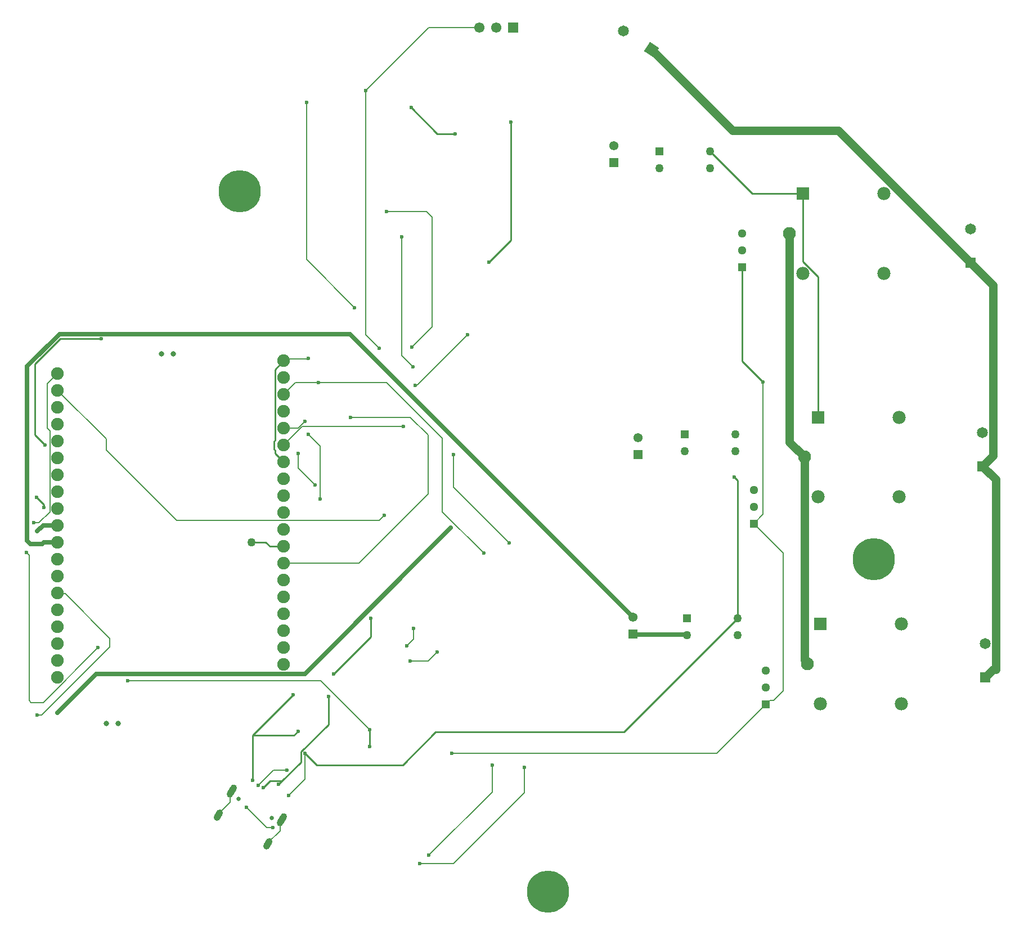
<source format=gbl>
G04*
G04 #@! TF.GenerationSoftware,Altium Limited,Altium Designer,25.5.2 (35)*
G04*
G04 Layer_Physical_Order=2*
G04 Layer_Color=16711680*
%FSLAX44Y44*%
%MOMM*%
G71*
G04*
G04 #@! TF.SameCoordinates,1C876D45-0CCD-4BF8-8A60-7BCD78DFC47F*
G04*
G04*
G04 #@! TF.FilePolarity,Positive*
G04*
G01*
G75*
%ADD11C,0.1270*%
%ADD16C,0.2540*%
G04:AMPARAMS|DCode=18|XSize=1mm|YSize=1.8mm|CornerRadius=0.5mm|HoleSize=0mm|Usage=FLASHONLY|Rotation=330.000|XOffset=0mm|YOffset=0mm|HoleType=Round|Shape=RoundedRectangle|*
%AMROUNDEDRECTD18*
21,1,1.0000,0.8000,0,0,330.0*
21,1,0.0000,1.8000,0,0,330.0*
1,1,1.0000,-0.2000,-0.3464*
1,1,1.0000,-0.2000,-0.3464*
1,1,1.0000,0.2000,0.3464*
1,1,1.0000,0.2000,0.3464*
%
%ADD18ROUNDEDRECTD18*%
G04:AMPARAMS|DCode=19|XSize=1mm|YSize=2.1mm|CornerRadius=0.5mm|HoleSize=0mm|Usage=FLASHONLY|Rotation=330.000|XOffset=0mm|YOffset=0mm|HoleType=Round|Shape=RoundedRectangle|*
%AMROUNDEDRECTD19*
21,1,1.0000,1.1000,0,0,330.0*
21,1,0.0000,2.1000,0,0,330.0*
1,1,1.0000,-0.2750,-0.4763*
1,1,1.0000,-0.2750,-0.4763*
1,1,1.0000,0.2750,0.4763*
1,1,1.0000,0.2750,0.4763*
%
%ADD19ROUNDEDRECTD19*%
%ADD34R,1.5500X1.5500*%
%ADD86C,0.6350*%
%ADD87C,1.2700*%
%ADD88C,6.3500*%
%ADD89C,1.2980*%
%ADD90R,1.2980X1.2980*%
%ADD91C,1.2600*%
%ADD92R,1.2600X1.2600*%
%ADD93C,1.3780*%
%ADD94R,1.3780X1.3780*%
%ADD95C,1.6500*%
%ADD96P,2.3335X4X192.0*%
%ADD97C,1.9800*%
%ADD98C,1.9350*%
%ADD99R,1.9800X1.9800*%
%ADD100C,1.5500*%
%ADD101C,1.9050*%
%ADD102R,1.6500X1.6500*%
%ADD103C,0.8000*%
%ADD104C,0.6000*%
%ADD105C,1.2700*%
%ADD106C,0.6500*%
D11*
X873760Y999490D02*
Y1366520D01*
X969010Y1461770D01*
X1457960Y715010D02*
X1502410Y670560D01*
X1487945Y449085D02*
X1502410Y463550D01*
X1476180Y443230D02*
X1482035Y449085D01*
X1502410Y463550D02*
Y670560D01*
X1482035Y449085D02*
X1487945D01*
X1402520Y369570D02*
X1476180Y443230D01*
X1003300Y369570D02*
X1402520D01*
X782250Y330143D02*
Y369513D01*
X725170Y257810D02*
X734060D01*
X694690Y288290D02*
X725170Y257810D01*
X488950Y529590D02*
X488950Y529590D01*
X488950Y529590D02*
Y542290D01*
X410140Y610813D02*
X411283Y609670D01*
X421570D01*
X488950Y542290D01*
X386080Y426720D02*
X488950Y529590D01*
X379730Y426720D02*
X386080D01*
X806380Y478733D02*
X880040Y405073D01*
X515550Y478733D02*
X806380D01*
X381911Y716280D02*
X398710Y733079D01*
X374650Y716280D02*
X381911D01*
X398710Y733079D02*
Y854690D01*
X363220Y671830D02*
X367220Y667831D01*
Y448865D02*
Y667831D01*
Y448865D02*
X370314Y445770D01*
X388607D01*
X471100Y528263D01*
X410140Y915613D02*
X483175Y842578D01*
Y825964D02*
Y842578D01*
X1005840Y769620D02*
Y819150D01*
Y769620D02*
X1089660Y685800D01*
X1112520Y309880D02*
Y347980D01*
X1005840Y203200D02*
X1112520Y309880D01*
X955040Y203200D02*
X1005840D01*
X928370Y967740D02*
X944880Y951230D01*
X928370Y967740D02*
Y1146810D01*
X802640Y927100D02*
X905510D01*
X989330Y843280D01*
Y732790D02*
Y843280D01*
Y732790D02*
X1051560Y670560D01*
X1064223Y311113D02*
Y351305D01*
X969010Y215900D02*
X1064223Y311113D01*
X967740Y759460D02*
Y848360D01*
X941070Y875030D02*
X967740Y848360D01*
X863543Y655263D02*
X967740Y759460D01*
X850900Y875030D02*
X941070D01*
X750500Y858463D02*
X772103D01*
X782320Y868680D01*
X787400Y849630D02*
X805110Y831920D01*
X778497Y861060D02*
X930910D01*
X750500Y833063D02*
X778497Y861060D01*
X948690Y923290D02*
X949595Y924195D01*
X952135D01*
X1027430Y999490D01*
X784860Y1112520D02*
X857250Y1040130D01*
X805110Y751783D02*
Y831920D01*
X784860Y1112520D02*
Y1348740D01*
X750500Y909263D02*
X768337Y927100D01*
X802640D01*
X943610Y980440D02*
X974090Y1010920D01*
Y1176020D01*
X965200Y1184910D02*
X974090Y1176020D01*
X905510Y1184910D02*
X965200D01*
X394900Y925773D02*
X410140Y941013D01*
X750500Y655263D02*
X863543D01*
X894010Y720033D02*
X901630Y727653D01*
X589106Y720033D02*
X894010D01*
X969010Y1461770D02*
X1045210D01*
X750500Y960063D02*
X753462Y963025D01*
X786495D01*
X787400Y963930D01*
X873760Y999490D02*
X894080Y979170D01*
X1471930Y728980D02*
Y928370D01*
X1457960Y715010D02*
X1471930Y728980D01*
X394900Y858500D02*
X398710Y854690D01*
X394900Y858500D02*
Y925773D01*
X483175Y825964D02*
X589106Y720033D01*
X772090Y798773D02*
Y820363D01*
Y798773D02*
X797490Y773373D01*
X744807Y252807D02*
Y266643D01*
X726657Y234657D02*
X744807Y252807D01*
X651833Y277857D02*
X669983Y296007D01*
Y309843D01*
X935920Y530803D02*
X946080Y540963D01*
Y557473D01*
X941000Y507943D02*
X967670D01*
X981640Y521913D01*
X758120Y306013D02*
X782250Y330143D01*
X744807Y266643D02*
X747557Y269393D01*
X726657Y233193D02*
Y234657D01*
X669983Y309843D02*
X672733Y312593D01*
X651833Y276393D02*
Y277857D01*
X735260Y344113D02*
X755580D01*
X712400Y321253D02*
X735260Y344113D01*
D16*
X1554160Y875340D02*
Y1086903D01*
X1531580Y1109483D02*
X1554160Y1086903D01*
X1531580Y1109483D02*
Y1211890D01*
X1455110D02*
X1531580D01*
X1391920Y1275080D02*
X1455110Y1211890D01*
X942340Y1341120D02*
X981710Y1301750D01*
X1008380D01*
X1433830Y572770D02*
Y779780D01*
X1428750Y784860D02*
X1433830Y779780D01*
X782250Y369513D02*
X799973Y351790D01*
X929640D01*
X979170Y401320D01*
X1262380D01*
X1433830Y572770D01*
X747960Y327603D02*
X776710Y356353D01*
Y371808D01*
X817810Y412908D01*
X881380Y544830D02*
Y572770D01*
X825500Y488950D02*
X881380Y544830D01*
X389228Y739802D02*
Y743612D01*
X378460Y754380D02*
X389228Y743612D01*
Y739802D02*
X389890Y739140D01*
X735895Y839113D02*
X737165Y840383D01*
X735895Y827013D02*
Y839113D01*
Y827013D02*
X737165Y825743D01*
Y840383D02*
Y946728D01*
Y820998D02*
Y825743D01*
X1092200Y1141730D02*
Y1319530D01*
X1059180Y1108710D02*
X1092200Y1141730D01*
X375920Y848360D02*
Y955040D01*
X414020Y993140D01*
X476250D01*
X375920Y848360D02*
X391160Y833120D01*
X1440620Y959680D02*
X1471930Y928370D01*
X1440620Y959680D02*
Y1101090D01*
X703510Y396183D02*
X764470Y457143D01*
X702240Y687013D02*
X723308D01*
X817810Y412908D02*
Y454603D01*
X737165Y946728D02*
X750500Y960063D01*
X737165Y820998D02*
X750500Y807663D01*
X765740Y396183D02*
X772090Y402533D01*
X703510Y396183D02*
X765740D01*
X880040Y379673D02*
Y405073D01*
X703510Y328873D02*
Y396183D01*
X720020Y317443D02*
X730180Y327603D01*
X747960D01*
X742880Y322523D02*
X747960Y327603D01*
X729658Y680663D02*
X750500D01*
X723308Y687013D02*
X729658Y680663D01*
D18*
X651833Y276393D02*
D03*
X726657Y233193D02*
D03*
D19*
X747557Y269393D02*
D03*
X672733Y312593D02*
D03*
D34*
X1096010Y1461770D02*
D03*
D86*
X379730Y703580D02*
X388563Y712413D01*
X410140D01*
X410210Y430530D02*
X468573Y488893D01*
X364490Y951692D02*
X413383Y1000585D01*
X364490Y689610D02*
Y951692D01*
X389378Y687013D02*
X410140D01*
X386895Y684530D02*
X389378Y687013D01*
X369570Y684530D02*
X386895D01*
X364490Y689610D02*
X369570Y684530D01*
X413383Y1000585D02*
X849805D01*
X1276350Y574040D01*
Y548640D02*
X1276985Y548005D01*
X1356995D01*
X1357630Y547370D01*
X468573Y488893D02*
X782263D01*
X1002030Y708660D01*
D87*
X1538250Y504190D02*
Y505989D01*
X1534160Y510079D02*
X1538250Y505989D01*
X1304002Y1428886D02*
X1426058Y1306830D01*
X1584935D01*
X1783990Y1107775D01*
X1534160Y510079D02*
Y815340D01*
X1511580Y837920D02*
X1534160Y815340D01*
X1511580Y837920D02*
Y1151890D01*
X1805940Y483870D02*
X1818000Y495930D01*
X1821810D01*
Y781690D01*
X1802130Y801370D02*
X1821810Y781690D01*
X1802130Y801370D02*
X1818000Y817240D01*
Y1073765D01*
X1783990Y1107775D02*
X1818000Y1073765D01*
D88*
X1638300Y661670D02*
D03*
X684530Y1215390D02*
D03*
X1148080Y161290D02*
D03*
D89*
X1476180Y494030D02*
D03*
Y468630D02*
D03*
X1457960Y765810D02*
D03*
Y740410D02*
D03*
X1440620Y1151890D02*
D03*
Y1126490D02*
D03*
D90*
X1476180Y443230D02*
D03*
X1457960Y715010D02*
D03*
X1440620Y1101090D02*
D03*
D91*
X1433830Y572770D02*
D03*
Y547370D02*
D03*
X1357630D02*
D03*
X1391920Y1275080D02*
D03*
Y1249680D02*
D03*
X1315720D02*
D03*
X1430020Y849630D02*
D03*
Y824230D02*
D03*
X1353820D02*
D03*
D92*
X1357630Y572770D02*
D03*
X1315720Y1275080D02*
D03*
X1353820Y849630D02*
D03*
D93*
X1276350Y574040D02*
D03*
X1283970Y844550D02*
D03*
X1247140Y1283970D02*
D03*
D94*
X1276350Y548640D02*
D03*
X1283970Y819150D02*
D03*
X1247140Y1258570D02*
D03*
D95*
X1261398Y1456554D02*
D03*
X1802130Y852170D02*
D03*
X1783990Y1158575D02*
D03*
X1805940Y534670D02*
D03*
D96*
X1304002Y1428886D02*
D03*
D97*
X1676160Y875340D02*
D03*
Y755340D02*
D03*
X1554160D02*
D03*
X1680250Y444190D02*
D03*
X1653580Y1091890D02*
D03*
Y1211890D02*
D03*
X1531580Y1091890D02*
D03*
X1680250Y564190D02*
D03*
X1558250Y444190D02*
D03*
D98*
X1534160Y815340D02*
D03*
X1511580Y1151890D02*
D03*
X1538250Y504190D02*
D03*
D99*
X1554160Y875340D02*
D03*
X1558250Y564190D02*
D03*
X1531580Y1211890D02*
D03*
D100*
X1045210Y1461770D02*
D03*
X1070610D02*
D03*
D101*
X750500Y960063D02*
D03*
Y807663D02*
D03*
X410140Y610813D02*
D03*
X750500Y909263D02*
D03*
X410140Y534613D02*
D03*
Y661613D02*
D03*
Y712413D02*
D03*
X750500Y756863D02*
D03*
Y731463D02*
D03*
Y553663D02*
D03*
X410140Y839413D02*
D03*
Y890213D02*
D03*
X750500Y883863D02*
D03*
Y629863D02*
D03*
Y579063D02*
D03*
X410140Y687013D02*
D03*
X750500Y934663D02*
D03*
X410140Y560013D02*
D03*
Y636213D02*
D03*
Y814013D02*
D03*
X750500Y858463D02*
D03*
Y782263D02*
D03*
Y604463D02*
D03*
Y502863D02*
D03*
X410140Y788613D02*
D03*
X750500Y680663D02*
D03*
X410140Y737813D02*
D03*
X750500Y833063D02*
D03*
Y528263D02*
D03*
X410140Y509213D02*
D03*
Y585413D02*
D03*
X750500Y706063D02*
D03*
Y655263D02*
D03*
X410140Y763213D02*
D03*
Y864813D02*
D03*
Y915613D02*
D03*
Y941013D02*
D03*
Y483813D02*
D03*
D102*
X1783990Y1107775D02*
D03*
X1802130Y801370D02*
D03*
X1805940Y483870D02*
D03*
D103*
X584130Y970223D02*
D03*
X566130D02*
D03*
X501690Y413963D02*
D03*
X483690D02*
D03*
D104*
X942340Y1341120D02*
D03*
X1008380Y1301750D02*
D03*
X1428750Y784860D02*
D03*
X734060Y257810D02*
D03*
X694690Y288290D02*
D03*
X379730Y426720D02*
D03*
X881380Y572770D02*
D03*
X825500Y488950D02*
D03*
X379730Y703580D02*
D03*
X374650Y716280D02*
D03*
X363220Y671830D02*
D03*
X873760Y1366520D02*
D03*
X1005840Y819150D02*
D03*
X1089660Y685800D02*
D03*
X1112520Y347980D02*
D03*
X955040Y203200D02*
D03*
X1003300Y369570D02*
D03*
X944880Y951230D02*
D03*
X1051560Y670560D02*
D03*
X1064223Y351305D02*
D03*
X969010Y215900D02*
D03*
X782320Y868680D02*
D03*
X787400Y849630D02*
D03*
X930910Y861060D02*
D03*
X948690Y923290D02*
D03*
X1027430Y999490D02*
D03*
X857250Y1040130D02*
D03*
X784860Y1348740D02*
D03*
X802640Y927100D02*
D03*
X943610Y980440D02*
D03*
X905510Y1184910D02*
D03*
X1092200Y1319530D02*
D03*
X1059180Y1108710D02*
D03*
X928370Y1146810D02*
D03*
X850900Y875030D02*
D03*
X787400Y963930D02*
D03*
X894080Y979170D02*
D03*
X1471930Y928370D02*
D03*
X410210Y430530D02*
D03*
X1002030Y708660D02*
D03*
X391160Y833120D02*
D03*
X389890Y739140D02*
D03*
X471100Y528263D02*
D03*
X764470Y457143D02*
D03*
X378460Y754380D02*
D03*
X476250Y993140D02*
D03*
X772090Y820363D02*
D03*
X797490Y773373D02*
D03*
X805110Y751783D02*
D03*
X901630Y727653D02*
D03*
X935920Y530803D02*
D03*
X946080Y557473D02*
D03*
X941000Y507943D02*
D03*
X981640Y521913D02*
D03*
X772090Y402533D02*
D03*
X515550Y478733D02*
D03*
X782250Y369513D02*
D03*
X880040Y405073D02*
D03*
Y379673D02*
D03*
X755580Y344113D02*
D03*
X703510Y328873D02*
D03*
X720020Y317443D02*
D03*
X742880Y322523D02*
D03*
X817810Y454603D02*
D03*
X712400Y321253D02*
D03*
X758120Y306013D02*
D03*
D105*
X702240Y687013D02*
D03*
D106*
X682617Y301113D02*
D03*
X732673Y272213D02*
D03*
M02*

</source>
